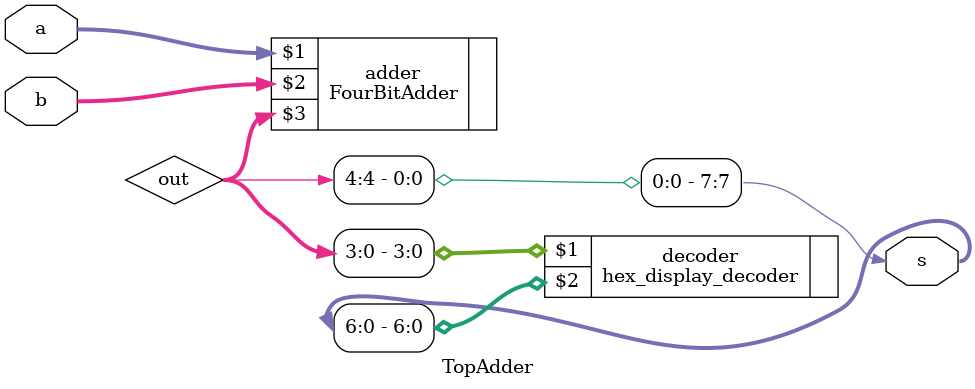
<source format=v>
`timescale 1ns / 1ps


module TopAdder(
    input [3:0] a, b, output [7:0] s
    );
    wire [4:0] out;
    FourBitAdder adder (a, b, out);
    hex_display_decoder decoder (out[3:0], s[6:0]);
    assign s[7] = out[4];
    
endmodule

</source>
